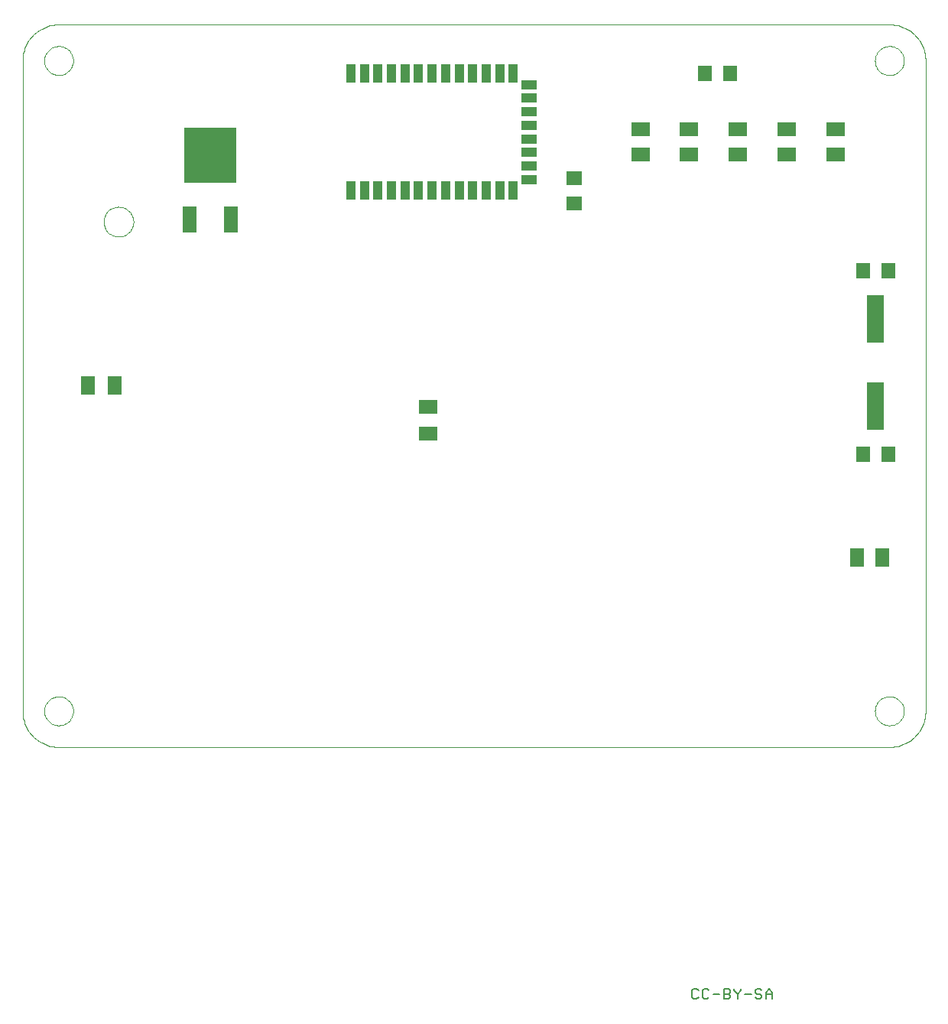
<source format=gtp>
G75*
G70*
%OFA0B0*%
%FSLAX24Y24*%
%IPPOS*%
%LPD*%
%AMOC8*
5,1,8,0,0,1.08239X$1,22.5*
%
%ADD10C,0.0080*%
%ADD11R,0.0760X0.2100*%
%ADD12R,0.0630X0.0709*%
%ADD13R,0.0630X0.0787*%
%ADD14C,0.0000*%
%ADD15R,0.0787X0.0591*%
%ADD16R,0.0591X0.0787*%
%ADD17R,0.0394X0.0787*%
%ADD18R,0.0709X0.0394*%
%ADD19R,0.0630X0.1181*%
%ADD20R,0.2283X0.2441*%
%ADD21R,0.0709X0.0630*%
%ADD22R,0.0787X0.0630*%
D10*
X033819Y031798D02*
X033889Y031728D01*
X034029Y031728D01*
X034099Y031798D01*
X034279Y031798D02*
X034349Y031728D01*
X034489Y031728D01*
X034559Y031798D01*
X034739Y031938D02*
X035020Y031938D01*
X035200Y031938D02*
X035410Y031938D01*
X035480Y031868D01*
X035480Y031798D01*
X035410Y031728D01*
X035200Y031728D01*
X035200Y032148D01*
X035410Y032148D01*
X035480Y032078D01*
X035480Y032008D01*
X035410Y031938D01*
X035660Y032078D02*
X035800Y031938D01*
X035800Y031728D01*
X035800Y031938D02*
X035940Y032078D01*
X035940Y032148D01*
X036121Y031938D02*
X036401Y031938D01*
X036581Y032008D02*
X036651Y031938D01*
X036791Y031938D01*
X036861Y031868D01*
X036861Y031798D01*
X036791Y031728D01*
X036651Y031728D01*
X036581Y031798D01*
X036581Y032008D02*
X036581Y032078D01*
X036651Y032148D01*
X036791Y032148D01*
X036861Y032078D01*
X037041Y032008D02*
X037181Y032148D01*
X037322Y032008D01*
X037322Y031728D01*
X037322Y031938D02*
X037041Y031938D01*
X037041Y032008D02*
X037041Y031728D01*
X035660Y032078D02*
X035660Y032148D01*
X034559Y032078D02*
X034489Y032148D01*
X034349Y032148D01*
X034279Y032078D01*
X034279Y031798D01*
X034099Y032078D02*
X034029Y032148D01*
X033889Y032148D01*
X033819Y032078D01*
X033819Y031798D01*
D11*
X041816Y057542D03*
X041816Y061342D03*
D12*
X042367Y063442D03*
X041265Y063442D03*
X041265Y055442D03*
X042367Y055442D03*
X035492Y072067D03*
X034390Y072067D03*
D13*
X041015Y050942D03*
X042117Y050942D03*
D14*
X042426Y042694D02*
X006206Y042694D01*
X005576Y044269D02*
X005578Y044319D01*
X005584Y044369D01*
X005594Y044418D01*
X005608Y044466D01*
X005625Y044513D01*
X005646Y044558D01*
X005671Y044602D01*
X005699Y044643D01*
X005731Y044682D01*
X005765Y044719D01*
X005802Y044753D01*
X005842Y044783D01*
X005884Y044810D01*
X005928Y044834D01*
X005974Y044855D01*
X006021Y044871D01*
X006069Y044884D01*
X006119Y044893D01*
X006168Y044898D01*
X006219Y044899D01*
X006269Y044896D01*
X006318Y044889D01*
X006367Y044878D01*
X006415Y044863D01*
X006461Y044845D01*
X006506Y044823D01*
X006549Y044797D01*
X006590Y044768D01*
X006629Y044736D01*
X006665Y044701D01*
X006697Y044663D01*
X006727Y044623D01*
X006754Y044580D01*
X006777Y044536D01*
X006796Y044490D01*
X006812Y044442D01*
X006824Y044393D01*
X006832Y044344D01*
X006836Y044294D01*
X006836Y044244D01*
X006832Y044194D01*
X006824Y044145D01*
X006812Y044096D01*
X006796Y044048D01*
X006777Y044002D01*
X006754Y043958D01*
X006727Y043915D01*
X006697Y043875D01*
X006665Y043837D01*
X006629Y043802D01*
X006590Y043770D01*
X006549Y043741D01*
X006506Y043715D01*
X006461Y043693D01*
X006415Y043675D01*
X006367Y043660D01*
X006318Y043649D01*
X006269Y043642D01*
X006219Y043639D01*
X006168Y043640D01*
X006119Y043645D01*
X006069Y043654D01*
X006021Y043667D01*
X005974Y043683D01*
X005928Y043704D01*
X005884Y043728D01*
X005842Y043755D01*
X005802Y043785D01*
X005765Y043819D01*
X005731Y043856D01*
X005699Y043895D01*
X005671Y043936D01*
X005646Y043980D01*
X005625Y044025D01*
X005608Y044072D01*
X005594Y044120D01*
X005584Y044169D01*
X005578Y044219D01*
X005576Y044269D01*
X004631Y044269D02*
X004633Y044192D01*
X004639Y044115D01*
X004648Y044038D01*
X004661Y043962D01*
X004678Y043886D01*
X004699Y043812D01*
X004723Y043738D01*
X004751Y043666D01*
X004782Y043596D01*
X004817Y043527D01*
X004855Y043459D01*
X004896Y043394D01*
X004941Y043331D01*
X004989Y043270D01*
X005039Y043211D01*
X005092Y043155D01*
X005148Y043102D01*
X005207Y043052D01*
X005268Y043004D01*
X005331Y042959D01*
X005396Y042918D01*
X005464Y042880D01*
X005533Y042845D01*
X005603Y042814D01*
X005675Y042786D01*
X005749Y042762D01*
X005823Y042741D01*
X005899Y042724D01*
X005975Y042711D01*
X006052Y042702D01*
X006129Y042696D01*
X006206Y042694D01*
X004631Y044269D02*
X004631Y072615D01*
X005576Y072615D02*
X005578Y072665D01*
X005584Y072715D01*
X005594Y072764D01*
X005608Y072812D01*
X005625Y072859D01*
X005646Y072904D01*
X005671Y072948D01*
X005699Y072989D01*
X005731Y073028D01*
X005765Y073065D01*
X005802Y073099D01*
X005842Y073129D01*
X005884Y073156D01*
X005928Y073180D01*
X005974Y073201D01*
X006021Y073217D01*
X006069Y073230D01*
X006119Y073239D01*
X006168Y073244D01*
X006219Y073245D01*
X006269Y073242D01*
X006318Y073235D01*
X006367Y073224D01*
X006415Y073209D01*
X006461Y073191D01*
X006506Y073169D01*
X006549Y073143D01*
X006590Y073114D01*
X006629Y073082D01*
X006665Y073047D01*
X006697Y073009D01*
X006727Y072969D01*
X006754Y072926D01*
X006777Y072882D01*
X006796Y072836D01*
X006812Y072788D01*
X006824Y072739D01*
X006832Y072690D01*
X006836Y072640D01*
X006836Y072590D01*
X006832Y072540D01*
X006824Y072491D01*
X006812Y072442D01*
X006796Y072394D01*
X006777Y072348D01*
X006754Y072304D01*
X006727Y072261D01*
X006697Y072221D01*
X006665Y072183D01*
X006629Y072148D01*
X006590Y072116D01*
X006549Y072087D01*
X006506Y072061D01*
X006461Y072039D01*
X006415Y072021D01*
X006367Y072006D01*
X006318Y071995D01*
X006269Y071988D01*
X006219Y071985D01*
X006168Y071986D01*
X006119Y071991D01*
X006069Y072000D01*
X006021Y072013D01*
X005974Y072029D01*
X005928Y072050D01*
X005884Y072074D01*
X005842Y072101D01*
X005802Y072131D01*
X005765Y072165D01*
X005731Y072202D01*
X005699Y072241D01*
X005671Y072282D01*
X005646Y072326D01*
X005625Y072371D01*
X005608Y072418D01*
X005594Y072466D01*
X005584Y072515D01*
X005578Y072565D01*
X005576Y072615D01*
X004631Y072615D02*
X004633Y072692D01*
X004639Y072769D01*
X004648Y072846D01*
X004661Y072922D01*
X004678Y072998D01*
X004699Y073072D01*
X004723Y073146D01*
X004751Y073218D01*
X004782Y073288D01*
X004817Y073357D01*
X004855Y073425D01*
X004896Y073490D01*
X004941Y073553D01*
X004989Y073614D01*
X005039Y073673D01*
X005092Y073729D01*
X005148Y073782D01*
X005207Y073832D01*
X005268Y073880D01*
X005331Y073925D01*
X005396Y073966D01*
X005464Y074004D01*
X005533Y074039D01*
X005603Y074070D01*
X005675Y074098D01*
X005749Y074122D01*
X005823Y074143D01*
X005899Y074160D01*
X005975Y074173D01*
X006052Y074182D01*
X006129Y074188D01*
X006206Y074190D01*
X042426Y074190D01*
X041796Y072615D02*
X041798Y072665D01*
X041804Y072715D01*
X041814Y072764D01*
X041828Y072812D01*
X041845Y072859D01*
X041866Y072904D01*
X041891Y072948D01*
X041919Y072989D01*
X041951Y073028D01*
X041985Y073065D01*
X042022Y073099D01*
X042062Y073129D01*
X042104Y073156D01*
X042148Y073180D01*
X042194Y073201D01*
X042241Y073217D01*
X042289Y073230D01*
X042339Y073239D01*
X042388Y073244D01*
X042439Y073245D01*
X042489Y073242D01*
X042538Y073235D01*
X042587Y073224D01*
X042635Y073209D01*
X042681Y073191D01*
X042726Y073169D01*
X042769Y073143D01*
X042810Y073114D01*
X042849Y073082D01*
X042885Y073047D01*
X042917Y073009D01*
X042947Y072969D01*
X042974Y072926D01*
X042997Y072882D01*
X043016Y072836D01*
X043032Y072788D01*
X043044Y072739D01*
X043052Y072690D01*
X043056Y072640D01*
X043056Y072590D01*
X043052Y072540D01*
X043044Y072491D01*
X043032Y072442D01*
X043016Y072394D01*
X042997Y072348D01*
X042974Y072304D01*
X042947Y072261D01*
X042917Y072221D01*
X042885Y072183D01*
X042849Y072148D01*
X042810Y072116D01*
X042769Y072087D01*
X042726Y072061D01*
X042681Y072039D01*
X042635Y072021D01*
X042587Y072006D01*
X042538Y071995D01*
X042489Y071988D01*
X042439Y071985D01*
X042388Y071986D01*
X042339Y071991D01*
X042289Y072000D01*
X042241Y072013D01*
X042194Y072029D01*
X042148Y072050D01*
X042104Y072074D01*
X042062Y072101D01*
X042022Y072131D01*
X041985Y072165D01*
X041951Y072202D01*
X041919Y072241D01*
X041891Y072282D01*
X041866Y072326D01*
X041845Y072371D01*
X041828Y072418D01*
X041814Y072466D01*
X041804Y072515D01*
X041798Y072565D01*
X041796Y072615D01*
X042426Y074190D02*
X042503Y074188D01*
X042580Y074182D01*
X042657Y074173D01*
X042733Y074160D01*
X042809Y074143D01*
X042883Y074122D01*
X042957Y074098D01*
X043029Y074070D01*
X043099Y074039D01*
X043168Y074004D01*
X043236Y073966D01*
X043301Y073925D01*
X043364Y073880D01*
X043425Y073832D01*
X043484Y073782D01*
X043540Y073729D01*
X043593Y073673D01*
X043643Y073614D01*
X043691Y073553D01*
X043736Y073490D01*
X043777Y073425D01*
X043815Y073357D01*
X043850Y073288D01*
X043881Y073218D01*
X043909Y073146D01*
X043933Y073072D01*
X043954Y072998D01*
X043971Y072922D01*
X043984Y072846D01*
X043993Y072769D01*
X043999Y072692D01*
X044001Y072615D01*
X044001Y044269D01*
X041796Y044269D02*
X041798Y044319D01*
X041804Y044369D01*
X041814Y044418D01*
X041828Y044466D01*
X041845Y044513D01*
X041866Y044558D01*
X041891Y044602D01*
X041919Y044643D01*
X041951Y044682D01*
X041985Y044719D01*
X042022Y044753D01*
X042062Y044783D01*
X042104Y044810D01*
X042148Y044834D01*
X042194Y044855D01*
X042241Y044871D01*
X042289Y044884D01*
X042339Y044893D01*
X042388Y044898D01*
X042439Y044899D01*
X042489Y044896D01*
X042538Y044889D01*
X042587Y044878D01*
X042635Y044863D01*
X042681Y044845D01*
X042726Y044823D01*
X042769Y044797D01*
X042810Y044768D01*
X042849Y044736D01*
X042885Y044701D01*
X042917Y044663D01*
X042947Y044623D01*
X042974Y044580D01*
X042997Y044536D01*
X043016Y044490D01*
X043032Y044442D01*
X043044Y044393D01*
X043052Y044344D01*
X043056Y044294D01*
X043056Y044244D01*
X043052Y044194D01*
X043044Y044145D01*
X043032Y044096D01*
X043016Y044048D01*
X042997Y044002D01*
X042974Y043958D01*
X042947Y043915D01*
X042917Y043875D01*
X042885Y043837D01*
X042849Y043802D01*
X042810Y043770D01*
X042769Y043741D01*
X042726Y043715D01*
X042681Y043693D01*
X042635Y043675D01*
X042587Y043660D01*
X042538Y043649D01*
X042489Y043642D01*
X042439Y043639D01*
X042388Y043640D01*
X042339Y043645D01*
X042289Y043654D01*
X042241Y043667D01*
X042194Y043683D01*
X042148Y043704D01*
X042104Y043728D01*
X042062Y043755D01*
X042022Y043785D01*
X041985Y043819D01*
X041951Y043856D01*
X041919Y043895D01*
X041891Y043936D01*
X041866Y043980D01*
X041845Y044025D01*
X041828Y044072D01*
X041814Y044120D01*
X041804Y044169D01*
X041798Y044219D01*
X041796Y044269D01*
X042426Y042694D02*
X042503Y042696D01*
X042580Y042702D01*
X042657Y042711D01*
X042733Y042724D01*
X042809Y042741D01*
X042883Y042762D01*
X042957Y042786D01*
X043029Y042814D01*
X043099Y042845D01*
X043168Y042880D01*
X043236Y042918D01*
X043301Y042959D01*
X043364Y043004D01*
X043425Y043052D01*
X043484Y043102D01*
X043540Y043155D01*
X043593Y043211D01*
X043643Y043270D01*
X043691Y043331D01*
X043736Y043394D01*
X043777Y043459D01*
X043815Y043527D01*
X043850Y043596D01*
X043881Y043666D01*
X043909Y043738D01*
X043933Y043812D01*
X043954Y043886D01*
X043971Y043962D01*
X043984Y044038D01*
X043993Y044115D01*
X043999Y044192D01*
X044001Y044269D01*
X008166Y065592D02*
X008168Y065642D01*
X008174Y065692D01*
X008184Y065742D01*
X008197Y065790D01*
X008214Y065838D01*
X008235Y065884D01*
X008259Y065928D01*
X008287Y065970D01*
X008318Y066010D01*
X008352Y066047D01*
X008389Y066082D01*
X008428Y066113D01*
X008469Y066142D01*
X008513Y066167D01*
X008559Y066189D01*
X008606Y066207D01*
X008654Y066221D01*
X008703Y066232D01*
X008753Y066239D01*
X008803Y066242D01*
X008854Y066241D01*
X008904Y066236D01*
X008954Y066227D01*
X009002Y066215D01*
X009050Y066198D01*
X009096Y066178D01*
X009141Y066155D01*
X009184Y066128D01*
X009224Y066098D01*
X009262Y066065D01*
X009297Y066029D01*
X009330Y065990D01*
X009359Y065949D01*
X009385Y065906D01*
X009408Y065861D01*
X009427Y065814D01*
X009442Y065766D01*
X009454Y065717D01*
X009462Y065667D01*
X009466Y065617D01*
X009466Y065567D01*
X009462Y065517D01*
X009454Y065467D01*
X009442Y065418D01*
X009427Y065370D01*
X009408Y065323D01*
X009385Y065278D01*
X009359Y065235D01*
X009330Y065194D01*
X009297Y065155D01*
X009262Y065119D01*
X009224Y065086D01*
X009184Y065056D01*
X009141Y065029D01*
X009096Y065006D01*
X009050Y064986D01*
X009002Y064969D01*
X008954Y064957D01*
X008904Y064948D01*
X008854Y064943D01*
X008803Y064942D01*
X008753Y064945D01*
X008703Y064952D01*
X008654Y064963D01*
X008606Y064977D01*
X008559Y064995D01*
X008513Y065017D01*
X008469Y065042D01*
X008428Y065071D01*
X008389Y065102D01*
X008352Y065137D01*
X008318Y065174D01*
X008287Y065214D01*
X008259Y065256D01*
X008235Y065300D01*
X008214Y065346D01*
X008197Y065394D01*
X008184Y065442D01*
X008174Y065492D01*
X008168Y065542D01*
X008166Y065592D01*
D15*
X022316Y057533D03*
X022316Y056352D03*
D16*
X008656Y058442D03*
X007475Y058442D03*
D17*
X018941Y066942D03*
X019531Y066942D03*
X020122Y066942D03*
X020712Y066942D03*
X021303Y066942D03*
X021894Y066942D03*
X022484Y066942D03*
X023075Y066942D03*
X023665Y066942D03*
X024256Y066942D03*
X024846Y066942D03*
X025437Y066942D03*
X026027Y066942D03*
X026027Y072060D03*
X025437Y072060D03*
X024846Y072060D03*
X024256Y072060D03*
X023665Y072060D03*
X023075Y072060D03*
X022484Y072060D03*
X021894Y072060D03*
X021303Y072060D03*
X020712Y072060D03*
X020122Y072060D03*
X019531Y072060D03*
X018941Y072060D03*
D18*
X026716Y071568D03*
X026716Y070978D03*
X026716Y070387D03*
X026716Y069796D03*
X026716Y069206D03*
X026716Y068615D03*
X026716Y068025D03*
X026716Y067434D03*
D19*
X013713Y065677D03*
X011918Y065677D03*
D20*
X012816Y068504D03*
D21*
X028691Y067493D03*
X028691Y066391D03*
D22*
X031566Y068516D03*
X031566Y069618D03*
X033691Y069618D03*
X033691Y068516D03*
X035816Y068516D03*
X035816Y069618D03*
X037941Y069618D03*
X037941Y068516D03*
X040066Y068516D03*
X040066Y069618D03*
M02*

</source>
